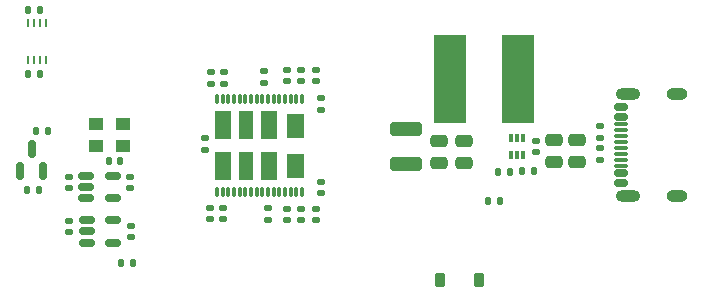
<source format=gtp>
G04 #@! TF.GenerationSoftware,KiCad,Pcbnew,8.0.1-8.0.1-1~ubuntu22.04.1*
G04 #@! TF.CreationDate,2024-09-21T08:51:10+02:00*
G04 #@! TF.ProjectId,NerdNOS,4e657264-4e4f-4532-9e6b-696361645f70,rev?*
G04 #@! TF.SameCoordinates,Original*
G04 #@! TF.FileFunction,Paste,Top*
G04 #@! TF.FilePolarity,Positive*
%FSLAX46Y46*%
G04 Gerber Fmt 4.6, Leading zero omitted, Abs format (unit mm)*
G04 Created by KiCad (PCBNEW 8.0.1-8.0.1-1~ubuntu22.04.1) date 2024-09-21 08:51:10*
%MOMM*%
%LPD*%
G01*
G04 APERTURE LIST*
G04 Aperture macros list*
%AMRoundRect*
0 Rectangle with rounded corners*
0 $1 Rounding radius*
0 $2 $3 $4 $5 $6 $7 $8 $9 X,Y pos of 4 corners*
0 Add a 4 corners polygon primitive as box body*
4,1,4,$2,$3,$4,$5,$6,$7,$8,$9,$2,$3,0*
0 Add four circle primitives for the rounded corners*
1,1,$1+$1,$2,$3*
1,1,$1+$1,$4,$5*
1,1,$1+$1,$6,$7*
1,1,$1+$1,$8,$9*
0 Add four rect primitives between the rounded corners*
20,1,$1+$1,$2,$3,$4,$5,0*
20,1,$1+$1,$4,$5,$6,$7,0*
20,1,$1+$1,$6,$7,$8,$9,0*
20,1,$1+$1,$8,$9,$2,$3,0*%
G04 Aperture macros list end*
%ADD10C,0.100000*%
%ADD11RoundRect,0.150000X-0.512500X-0.150000X0.512500X-0.150000X0.512500X0.150000X-0.512500X0.150000X0*%
%ADD12RoundRect,0.135000X0.185000X-0.135000X0.185000X0.135000X-0.185000X0.135000X-0.185000X-0.135000X0*%
%ADD13R,2.700000X7.500000*%
%ADD14RoundRect,0.140000X0.170000X-0.140000X0.170000X0.140000X-0.170000X0.140000X-0.170000X-0.140000X0*%
%ADD15RoundRect,0.140000X-0.170000X0.140000X-0.170000X-0.140000X0.170000X-0.140000X0.170000X0.140000X0*%
%ADD16RoundRect,0.250000X-0.475000X0.250000X-0.475000X-0.250000X0.475000X-0.250000X0.475000X0.250000X0*%
%ADD17RoundRect,0.140000X0.140000X0.170000X-0.140000X0.170000X-0.140000X-0.170000X0.140000X-0.170000X0*%
%ADD18RoundRect,0.150000X0.150000X-0.587500X0.150000X0.587500X-0.150000X0.587500X-0.150000X-0.587500X0*%
%ADD19RoundRect,0.135000X-0.185000X0.135000X-0.185000X-0.135000X0.185000X-0.135000X0.185000X0.135000X0*%
%ADD20RoundRect,0.150000X0.425000X-0.150000X0.425000X0.150000X-0.425000X0.150000X-0.425000X-0.150000X0*%
%ADD21RoundRect,0.075000X0.500000X-0.075000X0.500000X0.075000X-0.500000X0.075000X-0.500000X-0.075000X0*%
%ADD22O,2.100000X1.000000*%
%ADD23O,1.800000X1.000000*%
%ADD24RoundRect,0.135000X0.135000X0.185000X-0.135000X0.185000X-0.135000X-0.185000X0.135000X-0.185000X0*%
%ADD25R,1.300000X1.100000*%
%ADD26RoundRect,0.250000X-1.100000X0.325000X-1.100000X-0.325000X1.100000X-0.325000X1.100000X0.325000X0*%
%ADD27RoundRect,0.225000X-0.225000X-0.375000X0.225000X-0.375000X0.225000X0.375000X-0.225000X0.375000X0*%
%ADD28RoundRect,0.135000X-0.135000X-0.185000X0.135000X-0.185000X0.135000X0.185000X-0.135000X0.185000X0*%
%ADD29RoundRect,0.135000X-0.000010X0.295000X-0.000010X-0.295000X0.000010X-0.295000X0.000010X0.295000X0*%
%ADD30R,0.254000X0.762000*%
%ADD31RoundRect,0.075000X-0.075000X0.275000X-0.075000X-0.275000X0.075000X-0.275000X0.075000X0.275000X0*%
G04 APERTURE END LIST*
D10*
X101800000Y-63300000D02*
X100540000Y-63300000D01*
X100540000Y-65600000D01*
X101800000Y-65600000D01*
X101800000Y-63300000D01*
G36*
X101800000Y-63300000D02*
G01*
X100540000Y-63300000D01*
X100540000Y-65600000D01*
X101800000Y-65600000D01*
X101800000Y-63300000D01*
G37*
X101800000Y-66800000D02*
X100540000Y-66800000D01*
X100540000Y-69100000D01*
X101800000Y-69100000D01*
X101800000Y-66800000D01*
G36*
X101800000Y-66800000D02*
G01*
X100540000Y-66800000D01*
X100540000Y-69100000D01*
X101800000Y-69100000D01*
X101800000Y-66800000D01*
G37*
X103660000Y-66800000D02*
X102540000Y-66800000D01*
X102540000Y-69100000D01*
X103660000Y-69100000D01*
X103660000Y-66800000D01*
G36*
X103660000Y-66800000D02*
G01*
X102540000Y-66800000D01*
X102540000Y-69100000D01*
X103660000Y-69100000D01*
X103660000Y-66800000D01*
G37*
X103670000Y-63300000D02*
X102550000Y-63300000D01*
X102550000Y-65600000D01*
X103670000Y-65600000D01*
X103670000Y-63300000D01*
G36*
X103670000Y-63300000D02*
G01*
X102550000Y-63300000D01*
X102550000Y-65600000D01*
X103670000Y-65600000D01*
X103670000Y-63300000D01*
G37*
X105660000Y-63300000D02*
X104400000Y-63300000D01*
X104400000Y-65600000D01*
X105660000Y-65600000D01*
X105660000Y-63300000D01*
G36*
X105660000Y-63300000D02*
G01*
X104400000Y-63300000D01*
X104400000Y-65600000D01*
X105660000Y-65600000D01*
X105660000Y-63300000D01*
G37*
X105660000Y-66800000D02*
X104400000Y-66800000D01*
X104400000Y-69100000D01*
X105660000Y-69100000D01*
X105660000Y-66800000D01*
G36*
X105660000Y-66800000D02*
G01*
X104400000Y-66800000D01*
X104400000Y-69100000D01*
X105660000Y-69100000D01*
X105660000Y-66800000D01*
G37*
X108000000Y-65500000D02*
X106600000Y-65500000D01*
X106600000Y-63540000D01*
X108000000Y-63540000D01*
X108000000Y-65500000D01*
G36*
X108000000Y-65500000D02*
G01*
X106600000Y-65500000D01*
X106600000Y-63540000D01*
X108000000Y-63540000D01*
X108000000Y-65500000D01*
G37*
X108000000Y-68860000D02*
X106600000Y-68860000D01*
X106600000Y-66900000D01*
X108000000Y-66900000D01*
X108000000Y-68860000D01*
G36*
X108000000Y-68860000D02*
G01*
X106600000Y-68860000D01*
X106600000Y-66900000D01*
X108000000Y-66900000D01*
X108000000Y-68860000D01*
G37*
D11*
X89662500Y-72550001D03*
X89662500Y-73500000D03*
X89662500Y-74449999D03*
X91937500Y-74449999D03*
X91937500Y-72550001D03*
D12*
X133165000Y-65550000D03*
X133165000Y-64530000D03*
D13*
X126200000Y-60600000D03*
X120400000Y-60600000D03*
D14*
X100200000Y-60980000D03*
X100200000Y-60020000D03*
D15*
X109100000Y-59820000D03*
X109100000Y-60780000D03*
D16*
X121600000Y-65800000D03*
X121600000Y-67700000D03*
D17*
X85680000Y-54750400D03*
X84720000Y-54750400D03*
D18*
X84050000Y-68404999D03*
X85950000Y-68404999D03*
X85000000Y-66529999D03*
D15*
X106600000Y-59820000D03*
X106600000Y-60780000D03*
D19*
X133165000Y-66430000D03*
X133165000Y-67450000D03*
D15*
X88200000Y-72620000D03*
X88200000Y-73580000D03*
D19*
X105000000Y-71490001D03*
X105000000Y-72509999D03*
D20*
X134910000Y-69390000D03*
X134910000Y-68590000D03*
D21*
X134910000Y-67440000D03*
X134910000Y-66440000D03*
X134910000Y-65940000D03*
X134910000Y-64940000D03*
D20*
X134910000Y-62990000D03*
X134910000Y-63790000D03*
D21*
X134910000Y-64440000D03*
X134910000Y-65440000D03*
X134910000Y-66940000D03*
X134910000Y-67940000D03*
D22*
X135485000Y-70510000D03*
D23*
X139665000Y-70510000D03*
D22*
X135485000Y-61870000D03*
D23*
X139665000Y-61870000D03*
D15*
X106600000Y-71600000D03*
X106600000Y-72560000D03*
X100100000Y-71520000D03*
X100100000Y-72480000D03*
X107800000Y-71600000D03*
X107800000Y-72560000D03*
D24*
X93610000Y-76200000D03*
X92590000Y-76200000D03*
D15*
X107800000Y-59820000D03*
X107800000Y-60780000D03*
D16*
X131200000Y-65750000D03*
X131200000Y-67650000D03*
D25*
X90445000Y-66265000D03*
X92745000Y-66265000D03*
X92745000Y-64365000D03*
X90445000Y-64365000D03*
D16*
X129200000Y-65750000D03*
X129200000Y-67650000D03*
X119500000Y-65800000D03*
X119500000Y-67700000D03*
D17*
X92495000Y-67515000D03*
X91535000Y-67515000D03*
D26*
X116700000Y-64825000D03*
X116700000Y-67775000D03*
D15*
X93362500Y-68870001D03*
X93362500Y-69830001D03*
D17*
X85680000Y-60150400D03*
X84720000Y-60150400D03*
D27*
X119550000Y-77600000D03*
X122850000Y-77600000D03*
D14*
X101300000Y-60980000D03*
X101300000Y-60020000D03*
D28*
X85390000Y-65000000D03*
X86410000Y-65000000D03*
D24*
X125500000Y-68500000D03*
X124480000Y-68500000D03*
D29*
X107900000Y-62265400D03*
X107420000Y-62265400D03*
X106940000Y-62265400D03*
X106460000Y-62265400D03*
X105980000Y-62265400D03*
X105500000Y-62265400D03*
X105020000Y-62265400D03*
X104540000Y-62265400D03*
X104060000Y-62265400D03*
X103580000Y-62265400D03*
X103100000Y-62265400D03*
X102620000Y-62265400D03*
X102140000Y-62265400D03*
X101660000Y-62265400D03*
X101180000Y-62265400D03*
X100700000Y-62265400D03*
X100700000Y-70134600D03*
X101180000Y-70134600D03*
X101660000Y-70134600D03*
X102140000Y-70134600D03*
X102620000Y-70134600D03*
X103100000Y-70134600D03*
X103580000Y-70134600D03*
X104060000Y-70134600D03*
X104540000Y-70134600D03*
X105020000Y-70134600D03*
X105500000Y-70134600D03*
X105980000Y-70134600D03*
X106460000Y-70134600D03*
X106940000Y-70134600D03*
X107420000Y-70134600D03*
X107900000Y-70134600D03*
D30*
X86200252Y-55850400D03*
X85700126Y-55850400D03*
X85200000Y-55850400D03*
X84699874Y-55850400D03*
X84699874Y-59000000D03*
X85200000Y-59000000D03*
X85700126Y-59000000D03*
X86200252Y-59000000D03*
D15*
X88162500Y-68870001D03*
X88162500Y-69830001D03*
X93400000Y-73020000D03*
X93400000Y-73980000D03*
X109100000Y-71600000D03*
X109100000Y-72560000D03*
D19*
X104700000Y-59890000D03*
X104700000Y-60910000D03*
D15*
X109500000Y-69320000D03*
X109500000Y-70280000D03*
D19*
X99700000Y-65590000D03*
X99700000Y-66610000D03*
D11*
X89625000Y-68800002D03*
X89625000Y-69750001D03*
X89625000Y-70700000D03*
X91900000Y-70700000D03*
X91900000Y-68800002D03*
D24*
X127510000Y-68400000D03*
X126490000Y-68400000D03*
D15*
X109500000Y-62220000D03*
X109500000Y-63180000D03*
X101200000Y-71520000D03*
X101200000Y-72480000D03*
D31*
X126600000Y-65550000D03*
X126100000Y-65550000D03*
X125600000Y-65550000D03*
X125600000Y-67050000D03*
X126100000Y-67050000D03*
X126600000Y-67050000D03*
D15*
X127700000Y-65820000D03*
X127700000Y-66780000D03*
D24*
X85610000Y-69967499D03*
X84590000Y-69967499D03*
D28*
X123680000Y-70880000D03*
X124700000Y-70880000D03*
M02*

</source>
